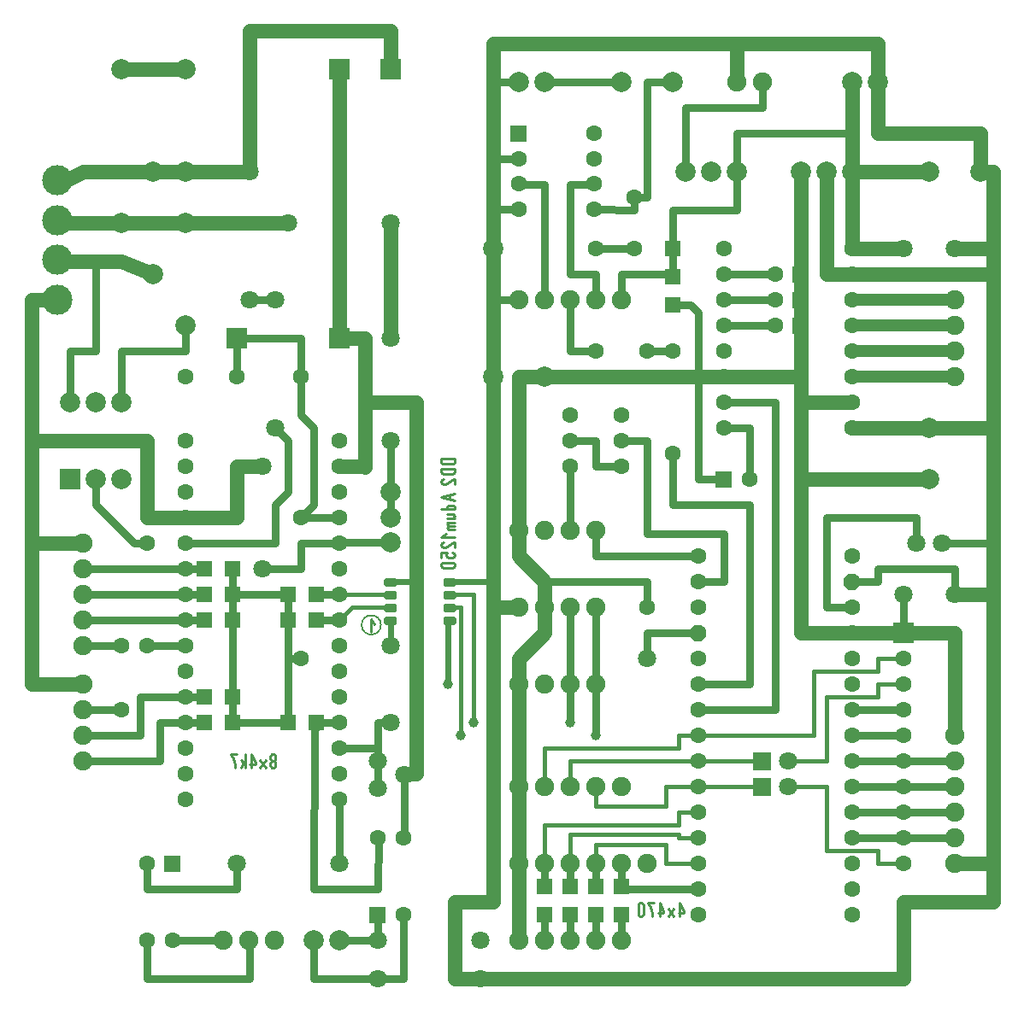
<source format=gbr>
%FSLAX34Y34*%
%MOMM*%
%LNCOPPER_BOTTOM*%
G71*
G01*
%ADD10C, 1.600*%
%ADD11C, 1.800*%
%ADD12C, 2.000*%
%ADD13C, 3.000*%
%ADD14C, 0.400*%
%ADD15C, 1.400*%
%ADD16C, 0.800*%
%ADD17C, 1.900*%
%ADD18C, 1.000*%
%ADD19C, 1.200*%
%ADD20C, 0.000*%
%ADD21R, 0.500X0.500*%
%ADD22C, 0.600*%
%ADD23C, 1.600*%
%ADD24R, 1.600X1.600*%
%ADD25C, 0.238*%
%ADD26C, 0.150*%
%LPD*%
X330200Y215900D02*
G54D10*
D03*
X330200Y241300D02*
G54D10*
D03*
X330200Y266700D02*
G54D10*
D03*
X330200Y292100D02*
G54D10*
D03*
X330200Y317500D02*
G54D10*
D03*
X330200Y342900D02*
G54D10*
D03*
X330200Y368300D02*
G54D10*
D03*
X330200Y393700D02*
G54D10*
D03*
X330200Y419100D02*
G54D10*
D03*
X330200Y444500D02*
G54D10*
D03*
X330200Y469900D02*
G54D10*
D03*
X330200Y495300D02*
G54D10*
D03*
X330200Y520700D02*
G54D10*
D03*
X330200Y546100D02*
G54D10*
D03*
X330200Y571500D02*
G54D10*
D03*
X177800Y215900D02*
G54D10*
D03*
X177800Y241300D02*
G54D10*
D03*
X177800Y266700D02*
G54D10*
D03*
X177800Y292100D02*
G54D10*
D03*
X177800Y317500D02*
G54D10*
D03*
X177800Y342900D02*
G54D10*
D03*
X177800Y368300D02*
G54D10*
D03*
X177800Y393700D02*
G54D10*
D03*
X177800Y419100D02*
G54D10*
D03*
X177800Y444500D02*
G54D10*
D03*
X177800Y469899D02*
G54D10*
D03*
X177800Y495300D02*
G54D10*
D03*
X177800Y520700D02*
G54D10*
D03*
X177800Y546100D02*
G54D10*
D03*
X177800Y571500D02*
G54D10*
D03*
X330200Y546100D02*
G54D10*
D03*
X177798Y495303D02*
G54D10*
D03*
X368300Y254000D02*
G54D11*
D03*
X368300Y226700D02*
G54D11*
D03*
X394650Y240350D02*
G54D11*
D03*
X381000Y292100D02*
G54D11*
D03*
X381000Y368300D02*
G54D11*
D03*
X177800Y939800D02*
G54D12*
D03*
X177800Y838200D02*
G54D12*
D03*
X146050Y838200D02*
G54D12*
D03*
X146050Y736600D02*
G54D12*
D03*
X114300Y939800D02*
G54D12*
D03*
X114300Y787400D02*
G54D12*
D03*
G36*
X53500Y523400D02*
X53500Y543400D01*
X73500Y543400D01*
X73500Y523400D01*
X53500Y523400D01*
G37*
X88900Y533400D02*
G54D12*
D03*
X114300Y533400D02*
G54D12*
D03*
X63500Y609600D02*
G54D12*
D03*
X88900Y609600D02*
G54D12*
D03*
X114300Y609600D02*
G54D12*
D03*
X50800Y711200D02*
G54D13*
D03*
X51300Y750700D02*
G54D13*
D03*
X50800Y790200D02*
G54D13*
D03*
X51300Y829700D02*
G54D13*
D03*
X381000Y787400D02*
G54D11*
D03*
X279400Y787400D02*
G54D11*
D03*
X241300Y711200D02*
G54D11*
D03*
X241300Y838200D02*
G54D11*
D03*
X266700Y584200D02*
G54D11*
D03*
X266700Y711200D02*
G54D11*
D03*
X177800Y787400D02*
G54D12*
D03*
X177800Y685800D02*
G54D12*
D03*
X381000Y673100D02*
G54D11*
D03*
X381000Y571500D02*
G54D11*
D03*
X139700Y469900D02*
G54D10*
D03*
X139700Y368300D02*
G54D10*
D03*
X381000Y520700D02*
G54D12*
D03*
X381000Y495700D02*
G54D12*
D03*
X381000Y470700D02*
G54D12*
D03*
X114300Y304800D02*
G54D10*
D03*
X114300Y368300D02*
G54D10*
D03*
X838200Y101600D02*
G54D10*
D03*
X838200Y127000D02*
G54D10*
D03*
X838200Y152400D02*
G54D10*
D03*
X838200Y177800D02*
G54D10*
D03*
X838200Y203200D02*
G54D10*
D03*
X838200Y228600D02*
G54D10*
D03*
X838200Y254000D02*
G54D10*
D03*
X838200Y279400D02*
G54D10*
D03*
X838200Y304800D02*
G54D10*
D03*
X838200Y330200D02*
G54D10*
D03*
X838200Y355600D02*
G54D10*
D03*
X838200Y381000D02*
G54D10*
D03*
X838200Y406400D02*
G54D10*
D03*
X838200Y431800D02*
G54D10*
D03*
X838200Y457200D02*
G54D10*
D03*
X685800Y101600D02*
G54D10*
D03*
X685800Y127000D02*
G54D10*
D03*
X685800Y152400D02*
G54D10*
D03*
X685800Y177800D02*
G54D10*
D03*
X685800Y203200D02*
G54D10*
D03*
X685800Y228600D02*
G54D10*
D03*
X685800Y254000D02*
G54D10*
D03*
X685800Y279400D02*
G54D10*
D03*
X685800Y304800D02*
G54D10*
D03*
X685800Y330200D02*
G54D10*
D03*
X685800Y355600D02*
G54D10*
D03*
X685800Y381000D02*
G54D10*
D03*
X685800Y406400D02*
G54D10*
D03*
X685800Y431800D02*
G54D10*
D03*
X685800Y457200D02*
G54D10*
D03*
G36*
X834880Y423800D02*
X830200Y428480D01*
X830200Y435120D01*
X834880Y439800D01*
X841520Y439800D01*
X846200Y435120D01*
X846200Y428480D01*
X841520Y423800D01*
X834880Y423800D01*
G37*
G36*
X682478Y373003D02*
X677798Y377683D01*
X677798Y384323D01*
X682478Y389003D01*
X689118Y389003D01*
X693798Y384323D01*
X693798Y377683D01*
X689118Y373003D01*
X682478Y373003D01*
G37*
G54D14*
X685800Y254000D02*
X558800Y254000D01*
X558800Y228600D01*
G54D14*
X685800Y279400D02*
X666750Y279400D01*
X666750Y266700D01*
X533400Y266700D01*
X533400Y228600D01*
G54D15*
X508000Y155575D02*
X508000Y76200D01*
G54D16*
X609600Y127000D02*
X685800Y127000D01*
G54D14*
X558800Y152400D02*
X558800Y180975D01*
X666750Y180975D01*
X666750Y177800D01*
X685800Y177800D01*
G54D14*
X533400Y152400D02*
X533400Y190500D01*
X666750Y190500D01*
X666750Y203200D01*
X685800Y203200D01*
G54D14*
X584200Y152400D02*
X584200Y171450D01*
X654050Y171450D01*
X654050Y152400D01*
X685800Y152400D01*
G54D14*
X584200Y228600D02*
X584200Y209550D01*
X654050Y209550D01*
X654050Y228600D01*
X685800Y228600D01*
X889000Y355600D02*
G54D10*
D03*
X889000Y330200D02*
G54D10*
D03*
X889000Y304800D02*
G54D10*
D03*
X889000Y279400D02*
G54D10*
D03*
X889000Y254000D02*
G54D10*
D03*
X889000Y228600D02*
G54D10*
D03*
X889000Y203200D02*
G54D10*
D03*
X889000Y177800D02*
G54D10*
D03*
X889000Y152400D02*
G54D10*
D03*
G54D15*
X838200Y381000D02*
X889000Y381000D01*
G54D16*
X838200Y254000D02*
X889000Y254000D01*
X939800Y254000D01*
G54D16*
X838200Y228600D02*
X889000Y228600D01*
G54D16*
X889000Y228600D02*
X939800Y228600D01*
G54D16*
X838200Y203200D02*
X889000Y203200D01*
G54D16*
X889000Y203200D02*
X939800Y203200D01*
G54D16*
X838200Y177800D02*
X889000Y177800D01*
X939800Y177800D01*
G54D16*
X838200Y279400D02*
X889000Y279400D01*
G54D16*
X838200Y304800D02*
X889000Y304800D01*
G54D15*
X889000Y381000D02*
X939800Y381000D01*
X939800Y279400D01*
G54D16*
X889000Y381000D02*
X889000Y419100D01*
G54D15*
X939800Y419100D02*
X977900Y419100D01*
X977900Y152400D01*
X939800Y152400D01*
G54D16*
X838200Y431800D02*
X863600Y431800D01*
X863600Y444500D01*
X939800Y444500D01*
X939800Y419100D01*
G54D15*
X508000Y155575D02*
X508000Y231775D01*
G54D15*
X889000Y38100D02*
X889000Y114300D01*
X977900Y114300D01*
X977900Y152400D01*
G54D14*
X774700Y254000D02*
X812800Y254000D01*
X812800Y317500D01*
X863600Y317500D01*
X863600Y330200D01*
X889000Y330200D01*
G54D14*
X685800Y279400D02*
X800100Y279400D01*
X800100Y342900D01*
X863600Y342900D01*
X863600Y355600D01*
X889000Y355600D01*
G54D14*
X774700Y228600D02*
X812800Y228600D01*
X812800Y165100D01*
X863600Y165100D01*
X863600Y152400D01*
X889000Y152400D01*
X584200Y330200D02*
G54D17*
D03*
X558800Y330200D02*
G54D17*
D03*
X533400Y330200D02*
G54D17*
D03*
X508000Y330200D02*
G54D17*
D03*
X558800Y292100D02*
G54D18*
D03*
X584200Y279400D02*
G54D18*
D03*
G54D16*
X558800Y292100D02*
X558800Y330200D01*
G54D16*
X584200Y279400D02*
X584200Y330200D01*
G54D15*
X508000Y231775D02*
X508000Y330200D01*
G54D15*
X508000Y330200D02*
X508000Y355600D01*
X533400Y381000D01*
X533400Y406400D01*
X533400Y431800D01*
X508000Y457200D01*
X508000Y482600D01*
G54D16*
X558800Y330200D02*
X558800Y406400D01*
G54D16*
X584200Y330200D02*
X584200Y406400D01*
G54D15*
X508000Y406400D02*
X482600Y406400D01*
X482600Y114300D01*
X444500Y114300D01*
X444500Y38100D01*
X889000Y38100D01*
G54D15*
X482600Y577850D02*
X482600Y406400D01*
X838200Y736600D02*
G54D10*
D03*
X838200Y762000D02*
G54D10*
D03*
X838200Y685800D02*
G54D10*
D03*
X838200Y711200D02*
G54D10*
D03*
X838200Y635000D02*
G54D10*
D03*
X838200Y660400D02*
G54D10*
D03*
X838200Y584200D02*
G54D10*
D03*
X838200Y609600D02*
G54D10*
D03*
X711200Y635000D02*
G54D10*
D03*
X711200Y660400D02*
G54D10*
D03*
X711200Y584200D02*
G54D10*
D03*
X711200Y609600D02*
G54D10*
D03*
X711200Y736600D02*
G54D10*
D03*
X711200Y762000D02*
G54D10*
D03*
X711200Y685800D02*
G54D10*
D03*
X711200Y711200D02*
G54D10*
D03*
G54D19*
X838200Y711200D02*
X939800Y711200D01*
G54D19*
X838200Y685800D02*
X939800Y685800D01*
G54D19*
X838200Y660400D02*
X939800Y660400D01*
G54D19*
X838200Y635000D02*
X939800Y635000D01*
G54D15*
X838200Y584200D02*
X977900Y584200D01*
X977900Y406400D01*
G54D15*
X838200Y609600D02*
X787400Y609600D01*
X787400Y381000D01*
X838200Y381000D01*
G54D15*
X838200Y736600D02*
X977900Y736600D01*
X977900Y584200D01*
G54D16*
X685800Y304800D02*
X762000Y304800D01*
X762000Y609600D01*
X711200Y609600D01*
G54D15*
X711200Y635000D02*
X787400Y635000D01*
X787400Y609600D01*
G54D15*
X914400Y533400D02*
X787400Y533400D01*
G54D15*
X482600Y577850D02*
X482600Y609600D01*
G54D15*
X977900Y736600D02*
X977900Y838200D01*
X965200Y838200D01*
G54D15*
X889000Y838200D02*
X838200Y838200D01*
X838200Y762000D01*
G54D15*
X482600Y609600D02*
X482600Y635000D01*
G54D15*
X533400Y635000D02*
X711200Y635000D01*
G54D16*
X685800Y330200D02*
X736600Y330200D01*
G54D15*
X508000Y482600D02*
X508000Y635000D01*
X533400Y635000D01*
X609600Y927100D02*
G54D12*
D03*
X660400Y927100D02*
G54D12*
D03*
G54D15*
X482600Y635000D02*
X482600Y927100D01*
X482600Y762000D02*
G54D10*
D03*
X584200Y762000D02*
G54D10*
D03*
X622300Y812800D02*
G54D10*
D03*
X622300Y762000D02*
G54D10*
D03*
X584200Y660400D02*
G54D10*
D03*
X635000Y660400D02*
G54D10*
D03*
X660400Y660400D02*
G54D10*
D03*
X660400Y558800D02*
G54D10*
D03*
G54D16*
X482600Y787400D02*
X482600Y787400D01*
G54D16*
X660400Y558800D02*
X660400Y508000D01*
X736600Y508000D01*
X736600Y330200D01*
G54D15*
X838200Y838200D02*
X914400Y838200D01*
G54D15*
X863600Y927100D02*
X863600Y965200D01*
X482600Y965200D01*
X482600Y927100D01*
X939800Y635000D02*
G54D17*
D03*
X939800Y660400D02*
G54D17*
D03*
X939800Y685800D02*
G54D17*
D03*
X939800Y711200D02*
G54D17*
D03*
X76200Y444500D02*
G54D17*
D03*
X76200Y419100D02*
G54D17*
D03*
X76200Y393700D02*
G54D17*
D03*
X76200Y368300D02*
G54D17*
D03*
X76200Y469900D02*
G54D17*
D03*
X76200Y330200D02*
G54D17*
D03*
X76200Y304800D02*
G54D17*
D03*
X76200Y279400D02*
G54D17*
D03*
X76200Y254000D02*
G54D17*
D03*
X584200Y711200D02*
G54D17*
D03*
X558800Y711200D02*
G54D17*
D03*
X533400Y711200D02*
G54D17*
D03*
X508000Y711200D02*
G54D17*
D03*
X609600Y711200D02*
G54D17*
D03*
X863600Y927100D02*
G54D12*
D03*
X838200Y927100D02*
G54D12*
D03*
G36*
X879000Y391000D02*
X899000Y391000D01*
X899000Y371000D01*
X879000Y371000D01*
X879000Y391000D01*
G37*
G54D16*
X584200Y482600D02*
X584200Y457200D01*
X685800Y457200D01*
X482600Y635000D02*
G54D12*
D03*
X533400Y635000D02*
G54D12*
D03*
X533400Y927100D02*
G54D12*
D03*
X508000Y927100D02*
G54D12*
D03*
G54D16*
X635000Y355600D02*
X635000Y381000D01*
X685800Y381000D01*
G54D16*
X533400Y431800D02*
X635000Y431800D01*
X635000Y406400D01*
G36*
X374619Y391350D02*
X376219Y389750D01*
X385019Y389750D01*
X386519Y391350D01*
X386519Y395250D01*
X385019Y396850D01*
X376219Y396850D01*
X374619Y395250D01*
X374619Y391350D01*
G37*
G54D20*
X374619Y391350D02*
X376219Y389750D01*
X385019Y389750D01*
X386519Y391350D01*
X386519Y395250D01*
X385019Y396850D01*
X376219Y396850D01*
X374619Y395250D01*
X374619Y391350D01*
X381000Y393700D02*
G54D21*
D03*
G36*
X374619Y404050D02*
X376219Y402450D01*
X385019Y402450D01*
X386519Y404050D01*
X386519Y407950D01*
X385019Y409550D01*
X376219Y409550D01*
X374619Y407950D01*
X374619Y404050D01*
G37*
G54D20*
X374619Y404050D02*
X376219Y402450D01*
X385019Y402450D01*
X386519Y404050D01*
X386519Y407950D01*
X385019Y409550D01*
X376219Y409550D01*
X374619Y407950D01*
X374619Y404050D01*
G36*
X374619Y416750D02*
X376219Y415150D01*
X385019Y415150D01*
X386519Y416750D01*
X386519Y420650D01*
X385019Y422250D01*
X376219Y422250D01*
X374619Y420650D01*
X374619Y416750D01*
G37*
G54D20*
X374619Y416750D02*
X376219Y415150D01*
X385019Y415150D01*
X386519Y416750D01*
X386519Y420650D01*
X385019Y422250D01*
X376219Y422250D01*
X374619Y420650D01*
X374619Y416750D01*
G36*
X374619Y429450D02*
X376219Y427850D01*
X385019Y427850D01*
X386519Y429450D01*
X386519Y433350D01*
X385019Y434950D01*
X376219Y434950D01*
X374619Y433350D01*
X374619Y429450D01*
G37*
G54D20*
X374619Y429450D02*
X376219Y427850D01*
X385019Y427850D01*
X386519Y429450D01*
X386519Y433350D01*
X385019Y434950D01*
X376219Y434950D01*
X374619Y433350D01*
X374619Y429450D01*
X381000Y406400D02*
G54D21*
D03*
X381000Y419100D02*
G54D21*
D03*
X381000Y431800D02*
G54D21*
D03*
G36*
X445319Y395250D02*
X443719Y396850D01*
X434919Y396850D01*
X433419Y395250D01*
X433419Y391350D01*
X434919Y389750D01*
X443719Y389750D01*
X445319Y391350D01*
X445319Y395250D01*
G37*
G54D20*
X445319Y395250D02*
X443719Y396850D01*
X434919Y396850D01*
X433419Y395250D01*
X433419Y391350D01*
X434919Y389750D01*
X443719Y389750D01*
X445319Y391350D01*
X445319Y395250D01*
G36*
X445319Y407950D02*
X443719Y409550D01*
X434919Y409550D01*
X433419Y407950D01*
X433419Y404050D01*
X434919Y402450D01*
X443719Y402450D01*
X445319Y404050D01*
X445319Y407950D01*
G37*
G54D20*
X445319Y407950D02*
X443719Y409550D01*
X434919Y409550D01*
X433419Y407950D01*
X433419Y404050D01*
X434919Y402450D01*
X443719Y402450D01*
X445319Y404050D01*
X445319Y407950D01*
G36*
X445319Y420650D02*
X443719Y422250D01*
X434919Y422250D01*
X433419Y420650D01*
X433419Y416750D01*
X434919Y415150D01*
X443719Y415150D01*
X445319Y416750D01*
X445319Y420650D01*
G37*
G54D20*
X445319Y420650D02*
X443719Y422250D01*
X434919Y422250D01*
X433419Y420650D01*
X433419Y416750D01*
X434919Y415150D01*
X443719Y415150D01*
X445319Y416750D01*
X445319Y420650D01*
G36*
X445319Y433350D02*
X443719Y434950D01*
X434919Y434950D01*
X433419Y433350D01*
X433419Y429450D01*
X434919Y427850D01*
X443719Y427850D01*
X445319Y429450D01*
X445319Y433350D01*
G37*
G54D20*
X445319Y433350D02*
X443719Y434950D01*
X434919Y434950D01*
X433419Y433350D01*
X433419Y429450D01*
X434919Y427850D01*
X443719Y427850D01*
X445319Y429450D01*
X445319Y433350D01*
X438150Y392906D02*
G54D21*
D03*
X438150Y405606D02*
G54D21*
D03*
X438150Y418306D02*
G54D21*
D03*
X438150Y431006D02*
G54D21*
D03*
G54D22*
X444500Y431800D02*
X482600Y431800D01*
X463550Y292100D02*
G54D18*
D03*
X450850Y279400D02*
G54D18*
D03*
X438150Y330200D02*
G54D18*
D03*
X292100Y355600D02*
G54D23*
D03*
G54D14*
X438150Y419100D02*
X463550Y419100D01*
X463550Y292100D01*
G54D14*
X438150Y406400D02*
X450850Y406400D01*
X450850Y279400D01*
G54D22*
X438150Y393700D02*
X438150Y330200D01*
G54D15*
X50800Y749300D02*
X114300Y749300D01*
X146050Y736600D01*
G54D15*
X50800Y787400D02*
X190500Y787400D01*
G54D15*
X50800Y711200D02*
X25400Y711200D01*
X25400Y533400D01*
G54D15*
X25400Y533400D02*
X25400Y330200D01*
G36*
X360300Y93600D02*
X360300Y109600D01*
X376300Y109600D01*
X376300Y93600D01*
X360300Y93600D01*
G37*
X393800Y101600D02*
G54D10*
D03*
X368300Y178100D02*
G54D10*
D03*
X393800Y178100D02*
G54D10*
D03*
G54D16*
X558800Y571500D02*
X584200Y571500D01*
X584200Y546100D01*
X609600Y546100D01*
G54D16*
X558800Y546100D02*
X558800Y482600D01*
G54D16*
X609600Y571500D02*
X635000Y571500D01*
X635000Y479425D01*
X711200Y479425D01*
X711200Y431800D01*
X685800Y431800D01*
X558800Y596900D02*
G54D10*
D03*
X558800Y546100D02*
G54D10*
D03*
X558800Y571500D02*
G54D10*
D03*
X609600Y596900D02*
G54D10*
D03*
X609600Y546100D02*
G54D10*
D03*
X609600Y571500D02*
G54D10*
D03*
G36*
X391000Y949800D02*
X391000Y929800D01*
X371000Y929800D01*
X371000Y949800D01*
X391000Y949800D01*
G37*
G36*
X340200Y949800D02*
X340200Y929800D01*
X320200Y929800D01*
X320200Y949800D01*
X340200Y949800D01*
G37*
G36*
X340200Y683100D02*
X340200Y663100D01*
X320200Y663100D01*
X320200Y683100D01*
X340200Y683100D01*
G37*
G36*
X238600Y683100D02*
X238600Y663100D01*
X218600Y663100D01*
X218600Y683100D01*
X238600Y683100D01*
G37*
G54D15*
X190500Y787400D02*
X279400Y787400D01*
G54D15*
X838200Y927100D02*
X838200Y838200D01*
G54D15*
X863600Y927100D02*
X863600Y876300D01*
X965200Y876300D01*
X965200Y838200D01*
G54D15*
X812806Y838200D02*
X812800Y800100D01*
X812800Y736600D01*
X838200Y736600D01*
G54D15*
X114300Y939800D02*
X177800Y939800D01*
G54D15*
X330200Y939800D02*
X330200Y673100D01*
G54D15*
X50800Y825500D02*
X76200Y838200D01*
X139700Y838200D01*
X165100Y838200D01*
X241300Y838200D01*
G54D15*
X241300Y838200D02*
X241300Y977900D01*
X381000Y977900D01*
X381000Y939800D01*
X469900Y38100D02*
G54D11*
D03*
X368300Y38100D02*
G54D11*
D03*
G54D16*
X711200Y736600D02*
X762000Y736600D01*
G54D16*
X711200Y711200D02*
X762000Y711200D01*
G54D16*
X711200Y685800D02*
X762000Y685800D01*
G54D15*
X787400Y736600D02*
X787400Y711200D01*
X787400Y685800D01*
X787400Y635000D01*
G54D16*
X509358Y850646D02*
X482854Y850646D01*
X482600Y850900D01*
G54D16*
X509358Y800646D02*
X483146Y800646D01*
X482600Y800100D01*
G54D16*
X584200Y825500D02*
X558800Y825500D01*
X558800Y825500D01*
X558800Y736600D01*
X584200Y736600D01*
X584200Y711200D01*
G54D16*
X508000Y711200D02*
X482600Y711200D01*
G54D16*
X584200Y762000D02*
X622300Y762000D01*
G54D16*
X584358Y800646D02*
X622300Y800100D01*
X622300Y812800D01*
G54D16*
X622300Y812800D02*
X635000Y812800D01*
X635000Y927100D01*
X660400Y927100D01*
G54D16*
X609600Y927100D02*
X533400Y927100D01*
G54D16*
X509358Y825646D02*
X533254Y825646D01*
X533400Y825500D01*
X533400Y711200D01*
G54D14*
X749300Y254000D02*
X685800Y254000D01*
G54D14*
X685800Y228600D02*
X749300Y228600D01*
G54D16*
X584200Y660400D02*
X558800Y660400D01*
X558800Y711200D01*
G54D16*
X635000Y660400D02*
X660400Y660400D01*
G54D15*
X787400Y736600D02*
X787400Y838200D01*
X889000Y762000D02*
G54D11*
D03*
X939800Y762000D02*
G54D11*
D03*
G54D15*
X889000Y762000D02*
X838200Y762000D01*
G54D15*
X939800Y762000D02*
X977900Y762000D01*
G54D16*
X508000Y927100D02*
X482600Y927100D01*
X927100Y469900D02*
G54D11*
D03*
X901700Y469900D02*
G54D11*
D03*
G54D16*
X838200Y406400D02*
X812800Y406400D01*
X812800Y495300D01*
X901700Y495300D01*
X901700Y469900D01*
G54D16*
X927100Y469900D02*
X977900Y469900D01*
G54D16*
X533400Y152400D02*
X533400Y127000D01*
G54D16*
X558800Y152400D02*
X558800Y127000D01*
G54D16*
X584200Y152400D02*
X584200Y127000D01*
G54D16*
X609600Y152400D02*
X609600Y127000D01*
G54D16*
X533400Y99000D02*
X533400Y76200D01*
G54D16*
X558800Y99000D02*
X558800Y76200D01*
G54D16*
X584200Y99000D02*
X584200Y76200D01*
G54D16*
X609600Y99000D02*
X609600Y76200D01*
X533400Y76200D02*
G54D17*
D03*
X558800Y76200D02*
G54D17*
D03*
X584200Y76200D02*
G54D17*
D03*
X609600Y76200D02*
G54D17*
D03*
X508000Y76200D02*
G54D17*
D03*
G54D16*
X279400Y419100D02*
X279400Y393700D01*
G54D16*
X711200Y533400D02*
X685800Y533400D01*
X685800Y635000D01*
G54D16*
X736600Y533400D02*
X736600Y584200D01*
X711200Y584200D01*
G54D16*
X139700Y368300D02*
X177800Y368300D01*
G54D16*
X139700Y469900D02*
X127000Y469900D01*
X88900Y508000D01*
X88900Y533400D01*
G54D15*
X381000Y787400D02*
X381000Y673100D01*
G54D16*
X381000Y571500D02*
X381000Y495700D01*
G54D16*
X381000Y470700D02*
X331000Y470700D01*
X330200Y469900D01*
G54D15*
X330200Y546100D02*
X355600Y546100D01*
X356000Y545700D01*
X356000Y672700D01*
X355600Y673100D01*
X330200Y673100D01*
G54D16*
X228600Y673100D02*
X292100Y673100D01*
X292100Y635000D01*
X292100Y596900D01*
X304800Y584200D01*
X304800Y508000D01*
X292100Y495300D01*
X330200Y495300D01*
G54D16*
X114300Y609600D02*
X114300Y660400D01*
X177800Y660400D01*
X177800Y685800D01*
G54D15*
X177800Y495300D02*
X139700Y495300D01*
X139700Y571500D01*
X25400Y571500D01*
G54D16*
X254000Y444500D02*
X292100Y444500D01*
X292100Y469900D01*
X330200Y469900D01*
G54D16*
X63500Y609600D02*
X63500Y660400D01*
X88900Y660400D01*
X88900Y746125D01*
G54D15*
X76200Y469900D02*
X25400Y469900D01*
G54D16*
X76200Y444500D02*
X177800Y444500D01*
G54D16*
X76200Y419100D02*
X177800Y419100D01*
G54D16*
X76200Y393700D02*
X177800Y393700D01*
G54D15*
X254000Y546100D02*
X228600Y546100D01*
X228600Y495300D01*
X177798Y495303D01*
G54D16*
X177800Y469900D02*
X266700Y469900D01*
X266700Y508000D01*
X279400Y520700D01*
X279400Y571500D01*
X266700Y584200D01*
G54D16*
X241300Y711200D02*
X266700Y711200D01*
G54D14*
X330200Y419100D02*
X381000Y419100D01*
G54D14*
X330200Y393700D02*
X342900Y406400D01*
X381000Y406400D01*
G54D16*
X76200Y368300D02*
X114300Y368300D01*
G54D16*
X76200Y304800D02*
X114300Y304800D01*
X292100Y495300D02*
G54D23*
D03*
G54D16*
X307400Y419100D02*
X330200Y419100D01*
G54D16*
X307400Y393700D02*
X330200Y393700D01*
G54D16*
X279400Y393700D02*
X279400Y355600D01*
X292100Y355600D01*
G54D22*
X381000Y431800D02*
X406400Y431800D01*
G54D16*
X381000Y292100D02*
X368300Y292100D01*
X368300Y226700D01*
G54D16*
X330200Y266700D02*
X368300Y266700D01*
G54D15*
X355600Y609600D02*
X406400Y609600D01*
X406400Y431800D01*
G54D22*
X381000Y368300D02*
X381000Y393700D01*
G54D15*
X394650Y240350D02*
X406400Y241300D01*
X406400Y431800D01*
G54D15*
X76200Y330200D02*
X25400Y330200D01*
G54D16*
X76200Y279400D02*
X133350Y279400D01*
X133350Y317500D01*
X177800Y317500D01*
G54D16*
X76200Y254000D02*
X152400Y254000D01*
X152400Y292100D01*
X177800Y292100D01*
G54D16*
X279400Y355600D02*
X279400Y292100D01*
G54D16*
X311100Y292100D02*
X330200Y292100D01*
G36*
X795400Y728600D02*
X779400Y728600D01*
X779400Y744600D01*
X795400Y744600D01*
X795400Y728600D01*
G37*
X762000Y736600D02*
G54D10*
D03*
G36*
X795400Y703200D02*
X779400Y703200D01*
X779400Y719200D01*
X795400Y719200D01*
X795400Y703200D01*
G37*
X762000Y711200D02*
G54D10*
D03*
G36*
X795400Y677800D02*
X779400Y677800D01*
X779400Y693800D01*
X795400Y693800D01*
X795400Y677800D01*
G37*
X762000Y685800D02*
G54D10*
D03*
G36*
X703200Y541400D02*
X719200Y541400D01*
X719200Y525400D01*
X703200Y525400D01*
X703200Y541400D01*
G37*
X736600Y533400D02*
G54D10*
D03*
G36*
X740300Y263000D02*
X758300Y263000D01*
X758300Y245000D01*
X740300Y245000D01*
X740300Y263000D01*
G37*
X774700Y254000D02*
G54D11*
D03*
G36*
X740300Y237600D02*
X758300Y237600D01*
X758300Y219600D01*
X740300Y219600D01*
X740300Y237600D01*
G37*
X774700Y228600D02*
G54D11*
D03*
X469900Y76200D02*
G54D11*
D03*
X368300Y76200D02*
G54D11*
D03*
X508000Y711200D02*
G54D10*
D03*
X863600Y927100D02*
G54D10*
D03*
X838200Y431800D02*
G54D10*
D03*
X609600Y596900D02*
G54D10*
D03*
X508000Y927100D02*
G54D10*
D03*
X76200Y469900D02*
G54D10*
D03*
X76200Y330200D02*
G54D10*
D03*
X177798Y495303D02*
G54D10*
D03*
X330200Y546100D02*
G54D10*
D03*
G54D16*
X177800Y444500D02*
X196850Y444500D01*
G54D16*
X177800Y419100D02*
X196850Y419100D01*
G54D16*
X224850Y444500D02*
X224850Y419100D01*
X279400Y419100D01*
X394650Y240350D02*
G54D10*
D03*
G54D16*
X369168Y177666D02*
X368300Y127000D01*
X304800Y127000D01*
X305668Y284832D01*
X311100Y292100D01*
G54D16*
X393700Y101600D02*
X393700Y38100D01*
X368300Y38100D01*
G54D16*
X368300Y76200D02*
X368300Y100299D01*
X369168Y101166D01*
X304800Y76200D02*
G54D12*
D03*
X330200Y76200D02*
G54D12*
D03*
G54D16*
X323850Y76200D02*
X368300Y76200D01*
G54D16*
X304800Y76200D02*
X304800Y38100D01*
X381000Y38100D01*
G54D16*
X394668Y177666D02*
X394668Y240332D01*
X394650Y240350D01*
X228600Y152400D02*
G54D11*
D03*
X330200Y152400D02*
G54D11*
D03*
G54D16*
X330200Y152400D02*
X330200Y215900D01*
G36*
X173100Y160400D02*
X173100Y144400D01*
X157100Y144400D01*
X157100Y160400D01*
X173100Y160400D01*
G37*
X139600Y152400D02*
G54D10*
D03*
X165100Y75900D02*
G54D10*
D03*
X139600Y75900D02*
G54D10*
D03*
X482600Y635000D02*
G54D12*
D03*
X482600Y762000D02*
G54D12*
D03*
X660400Y734000D02*
G54D24*
D03*
X660400Y762000D02*
G54D24*
D03*
X660400Y706000D02*
G54D24*
D03*
X660400Y734000D02*
G54D24*
D03*
G54D16*
X609600Y711200D02*
X609600Y736600D01*
X657800Y736600D01*
X660400Y734000D01*
G54D16*
X660400Y706000D02*
X678300Y706000D01*
X685800Y698500D01*
X685800Y635000D01*
G54D16*
X660400Y762000D02*
X660400Y800100D01*
X723900Y800100D01*
X723900Y838200D01*
X723900Y876300D01*
X838200Y876300D01*
X939800Y203200D02*
G54D17*
D03*
X939800Y228600D02*
G54D17*
D03*
X939800Y254000D02*
G54D17*
D03*
X939800Y279400D02*
G54D17*
D03*
X939800Y177800D02*
G54D17*
D03*
X939800Y152400D02*
G54D17*
D03*
X889000Y419100D02*
G54D11*
D03*
X939800Y419100D02*
G54D11*
D03*
X965200Y838200D02*
G54D12*
D03*
X914400Y838200D02*
G54D12*
D03*
X914400Y584200D02*
G54D12*
D03*
X914400Y533400D02*
G54D12*
D03*
X787400Y838200D02*
G54D12*
D03*
X838200Y838200D02*
G54D12*
D03*
X812806Y838200D02*
G54D12*
D03*
X508000Y851300D02*
G54D10*
D03*
X583000Y851300D02*
G54D10*
D03*
X583000Y826300D02*
G54D10*
D03*
X583000Y801300D02*
G54D10*
D03*
X583000Y876300D02*
G54D10*
D03*
X508000Y826300D02*
G54D10*
D03*
X508000Y801300D02*
G54D10*
D03*
G36*
X516000Y868300D02*
X500000Y868300D01*
X500000Y884300D01*
X516000Y884300D01*
X516000Y868300D01*
G37*
X254000Y444500D02*
G54D11*
D03*
X254000Y546100D02*
G54D11*
D03*
X292100Y635000D02*
G54D23*
D03*
X635000Y355600D02*
G54D11*
D03*
X635000Y406400D02*
G54D10*
D03*
X228600Y635000D02*
G54D10*
D03*
X177800Y635000D02*
G54D10*
D03*
G54D16*
X228600Y635000D02*
X228600Y673100D01*
X558800Y152400D02*
G54D17*
D03*
X584200Y152400D02*
G54D17*
D03*
X609600Y152400D02*
G54D17*
D03*
X635000Y152400D02*
G54D17*
D03*
X533400Y152400D02*
G54D17*
D03*
X508000Y152400D02*
G54D17*
D03*
X584200Y228600D02*
G54D17*
D03*
X558800Y228600D02*
G54D17*
D03*
X533400Y228600D02*
G54D17*
D03*
X508000Y228600D02*
G54D17*
D03*
X609600Y228600D02*
G54D17*
D03*
X584200Y482600D02*
G54D17*
D03*
X558800Y482600D02*
G54D17*
D03*
X533400Y482600D02*
G54D17*
D03*
X508000Y482600D02*
G54D17*
D03*
X508000Y406400D02*
G54D17*
D03*
X533400Y406400D02*
G54D17*
D03*
X558800Y406400D02*
G54D17*
D03*
X584200Y406400D02*
G54D17*
D03*
G54D16*
X165100Y75900D02*
X215600Y75900D01*
X215900Y76200D01*
G54D16*
X139600Y75900D02*
X139600Y38200D01*
X139700Y38100D01*
X241300Y38100D01*
X241300Y76200D01*
G54D16*
X228600Y152400D02*
X228600Y127000D01*
X139700Y127000D01*
X139700Y152300D01*
X139600Y152400D01*
X215600Y75900D02*
G54D17*
D03*
X241000Y75900D02*
G54D17*
D03*
X266400Y75900D02*
G54D17*
D03*
X673100Y838200D02*
G54D12*
D03*
X723900Y838200D02*
G54D12*
D03*
X698506Y838200D02*
G54D12*
D03*
X749300Y927100D02*
G54D17*
D03*
X723900Y927100D02*
G54D17*
D03*
G54D16*
X673100Y838200D02*
X673100Y901700D01*
X749300Y901700D01*
X749300Y927100D01*
G54D15*
X723900Y927100D02*
X723900Y965200D01*
G54D25*
X365088Y389945D02*
X361755Y394945D01*
X361755Y381612D01*
G54D26*
G75*
G01X371475Y388938D02*
G03X371475Y388938I-9525J0D01*
G01*
G54D25*
X263805Y254317D02*
X265138Y254317D01*
X266472Y255150D01*
X267138Y256817D01*
X267138Y258483D01*
X266472Y260150D01*
X265138Y260983D01*
X263805Y260983D01*
X262472Y260150D01*
X261805Y258483D01*
X261805Y256817D01*
X262472Y255150D01*
X263805Y254317D01*
X262472Y253483D01*
X261805Y251817D01*
X261805Y250150D01*
X262472Y248483D01*
X263805Y247650D01*
X265138Y247650D01*
X266472Y248483D01*
X267138Y250150D01*
X267138Y251817D01*
X266472Y253483D01*
X265138Y254317D01*
G54D25*
X257138Y255150D02*
X251805Y247650D01*
G54D25*
X257138Y247650D02*
X251805Y255150D01*
G54D25*
X243138Y247650D02*
X243138Y260983D01*
X247138Y252650D01*
X247138Y250983D01*
X241805Y250983D01*
G54D25*
X237138Y247650D02*
X237138Y260983D01*
G54D25*
X235138Y252650D02*
X233138Y247650D01*
G54D25*
X237138Y250983D02*
X233138Y255150D01*
G54D25*
X228472Y260983D02*
X223138Y260983D01*
X223805Y259317D01*
X225138Y256817D01*
X226472Y253483D01*
X227138Y250983D01*
X227138Y247650D01*
G54D25*
X667608Y100012D02*
X667608Y113346D01*
X671608Y105012D01*
X671608Y103346D01*
X666274Y103346D01*
G54D25*
X661608Y107512D02*
X656274Y100012D01*
G54D25*
X661608Y100012D02*
X656274Y107512D01*
G54D25*
X647608Y100012D02*
X647608Y113346D01*
X651608Y105012D01*
X651608Y103346D01*
X646274Y103346D01*
G54D25*
X641608Y113346D02*
X636274Y113346D01*
X636941Y111679D01*
X638274Y109179D01*
X639608Y105846D01*
X640274Y103346D01*
X640274Y100012D01*
G54D25*
X626274Y110846D02*
X626274Y102512D01*
X626941Y100846D01*
X628274Y100012D01*
X629608Y100012D01*
X630941Y100846D01*
X631608Y102512D01*
X631608Y110846D01*
X630941Y112512D01*
X629608Y113346D01*
X628274Y113346D01*
X626941Y112512D01*
X626274Y110846D01*
G54D25*
X444500Y553711D02*
X431167Y553711D01*
X431167Y550378D01*
X432000Y549044D01*
X433667Y548378D01*
X442000Y548378D01*
X443667Y549044D01*
X444500Y550378D01*
X444500Y553711D01*
G54D25*
X444500Y543711D02*
X431167Y543711D01*
X431167Y540378D01*
X432000Y539044D01*
X433667Y538378D01*
X442000Y538378D01*
X443667Y539044D01*
X444500Y540378D01*
X444500Y543711D01*
G54D25*
X444500Y528378D02*
X444500Y533711D01*
X443667Y533711D01*
X442000Y533044D01*
X437000Y529044D01*
X435333Y528378D01*
X433667Y528378D01*
X432000Y529044D01*
X431167Y530378D01*
X431167Y531711D01*
X432000Y533044D01*
X433667Y533711D01*
G54D25*
X444500Y518911D02*
X431167Y515578D01*
X444500Y512244D01*
G54D25*
X439500Y517578D02*
X439500Y513578D01*
G54D25*
X444500Y503577D02*
X431167Y503577D01*
G54D25*
X439167Y503577D02*
X437500Y504244D01*
X437000Y505577D01*
X437500Y506910D01*
X439167Y507577D01*
X442500Y507577D01*
X444167Y506910D01*
X444500Y505577D01*
X444167Y504244D01*
X442500Y503577D01*
G54D25*
X437000Y494910D02*
X444500Y494910D01*
G54D25*
X442833Y494910D02*
X444167Y495577D01*
X444500Y496910D01*
X444167Y498243D01*
X442833Y498910D01*
X437000Y498910D01*
G54D25*
X444500Y490243D02*
X437000Y490243D01*
G54D25*
X438333Y490243D02*
X437000Y488910D01*
X437500Y487576D01*
X438667Y486910D01*
X444500Y486910D01*
G54D25*
X438333Y486910D02*
X437000Y485576D01*
X437500Y484243D01*
X438667Y483576D01*
X444500Y483576D01*
G54D25*
X436167Y478909D02*
X431167Y475576D01*
X444500Y475576D01*
G54D25*
X444500Y465576D02*
X444500Y470909D01*
X443667Y470909D01*
X442000Y470242D01*
X437000Y466242D01*
X435333Y465576D01*
X433667Y465576D01*
X432000Y466242D01*
X431167Y467576D01*
X431167Y468909D01*
X432000Y470242D01*
X433667Y470909D01*
G54D25*
X431167Y455576D02*
X431167Y460909D01*
X437000Y460909D01*
X437000Y460242D01*
X436167Y458909D01*
X436167Y457576D01*
X437000Y456242D01*
X438667Y455576D01*
X442000Y455576D01*
X443667Y456242D01*
X444500Y457576D01*
X444500Y458909D01*
X443667Y460242D01*
X442000Y460909D01*
G54D25*
X433667Y445576D02*
X442000Y445576D01*
X443667Y446242D01*
X444500Y447576D01*
X444500Y448909D01*
X443667Y450242D01*
X442000Y450909D01*
X433667Y450909D01*
X432000Y450242D01*
X431167Y448909D01*
X431167Y447576D01*
X432000Y446242D01*
X433667Y445576D01*
X307400Y292100D02*
G54D24*
D03*
X279400Y292100D02*
G54D24*
D03*
X307400Y393700D02*
G54D24*
D03*
X279400Y393700D02*
G54D24*
D03*
X307400Y419100D02*
G54D24*
D03*
X279400Y419100D02*
G54D24*
D03*
X224850Y444500D02*
G54D24*
D03*
X196850Y444500D02*
G54D24*
D03*
X224850Y419100D02*
G54D24*
D03*
X196850Y419100D02*
G54D24*
D03*
X224850Y317500D02*
G54D24*
D03*
X196850Y317500D02*
G54D24*
D03*
X224850Y292100D02*
G54D24*
D03*
X196850Y292100D02*
G54D24*
D03*
G54D16*
X224850Y419100D02*
X224850Y317500D01*
X224850Y292100D01*
G54D16*
X177800Y317500D02*
X196850Y317500D01*
G54D16*
X177800Y292100D02*
X196850Y292100D01*
G54D16*
X224850Y292100D02*
X279400Y292100D01*
X224850Y393700D02*
G54D24*
D03*
X196850Y393700D02*
G54D24*
D03*
G54D16*
X177800Y393700D02*
X196850Y393700D01*
X533400Y101600D02*
G54D24*
D03*
X533400Y129600D02*
G54D24*
D03*
X558800Y101600D02*
G54D24*
D03*
X558800Y129600D02*
G54D24*
D03*
X584200Y101600D02*
G54D24*
D03*
X584200Y129600D02*
G54D24*
D03*
X609600Y101600D02*
G54D24*
D03*
X609600Y129600D02*
G54D24*
D03*
G54D16*
X660400Y762000D02*
X660400Y734000D01*
M02*

</source>
